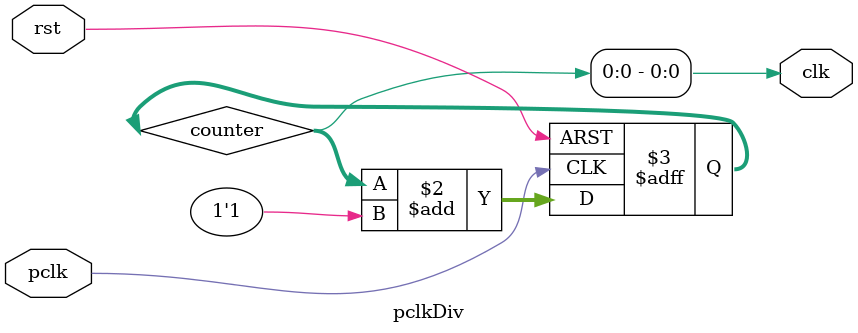
<source format=v>
`timescale 1ns / 1ps

module pclkDiv(
    input pclk,
    input rst,
    output clk
    );
    reg [3:0]counter;
    always @ (posedge pclk or posedge rst)begin
        if(rst)begin 
            counter<=0;
        end
        else begin
            counter<=counter+1'b1;
        end
    end
    assign clk=counter[0];
endmodule

</source>
